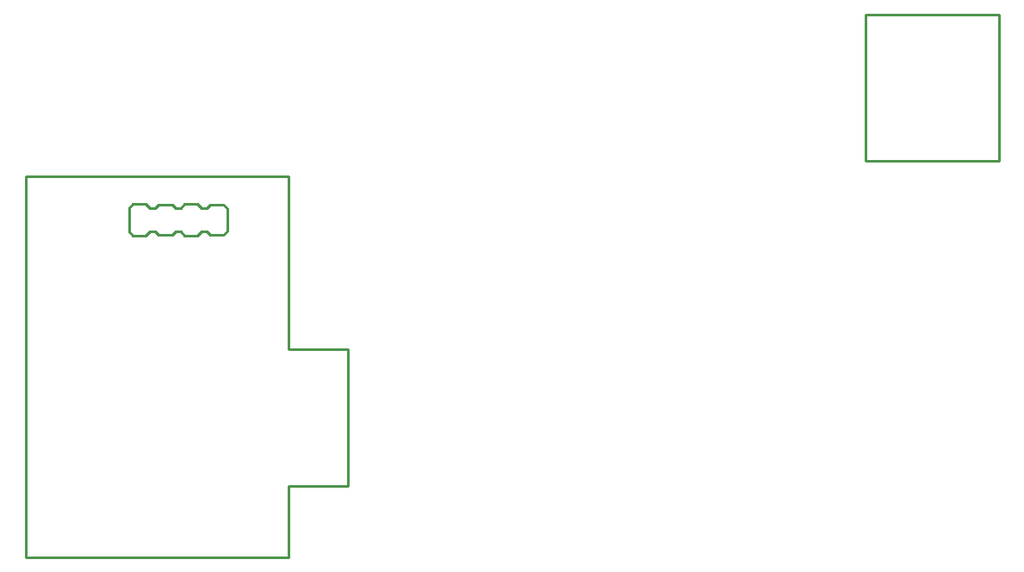
<source format=gbo>
G04 Layer_Color=32896*
%FSLAX42Y42*%
%MOMM*%
G71*
G01*
G75*
%ADD31C,0.25*%
D31*
X7129Y11062D02*
Y11288D01*
X7092Y11326D02*
X7129Y11288D01*
X6965Y11326D02*
X7092D01*
X6927Y11288D02*
X6965Y11326D01*
X6880Y11288D02*
X6927D01*
X6710Y11328D02*
X6837D01*
X6837D02*
X6875Y11291D01*
X7092Y11024D02*
X7129Y11062D01*
X6965Y11024D02*
X7092D01*
X6927Y11063D02*
X6965Y11024D01*
X6880Y11063D02*
X6927D01*
X6837Y11022D02*
X6875Y11059D01*
X6710Y11022D02*
X6837D01*
X6164Y11060D02*
Y11290D01*
X6202Y11328D01*
X6329D01*
X6329D02*
X6367Y11291D01*
X6419Y11288D02*
X6457Y11326D01*
X6589D01*
X6372Y11288D02*
X6419D01*
X6589Y11326D02*
X6625Y11290D01*
X6672D02*
X6710Y11328D01*
X6625Y11290D02*
X6672D01*
X6625Y11060D02*
X6672D01*
X6710Y11022D01*
X6589Y11024D02*
X6625Y11060D01*
X6372Y11063D02*
X6419D01*
X6457Y11024D02*
X6589D01*
X6419Y11063D02*
X6457Y11024D01*
X6329Y11022D02*
X6367Y11059D01*
X6202Y11022D02*
X6329D01*
X6164Y11060D02*
X6202Y11022D01*
X7730Y7855D02*
Y8555D01*
X8320D01*
Y9905D01*
X7730D02*
X8320D01*
X7730D02*
Y11605D01*
X5150D02*
X7730D01*
X5150Y7855D02*
Y11605D01*
Y7855D02*
X7730D01*
X13405Y11754D02*
Y11885D01*
Y11754D02*
X14715D01*
Y11885D01*
X14060Y13191D02*
X14715D01*
X13405D02*
X14060D01*
X13405Y11885D02*
Y13191D01*
X14715Y11885D02*
Y13191D01*
M02*

</source>
